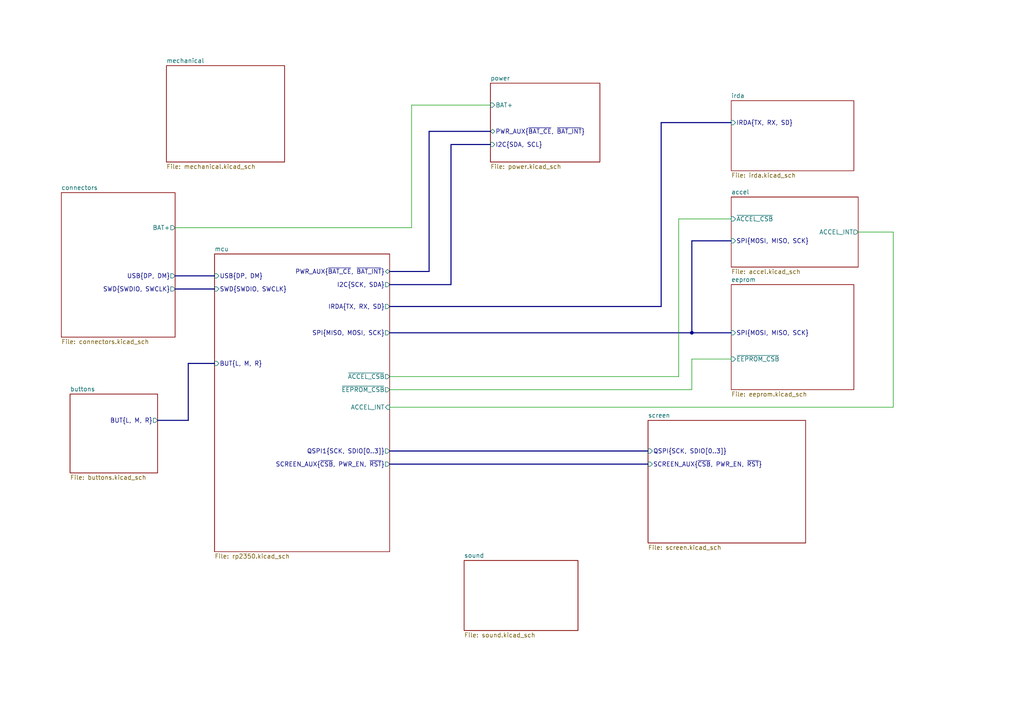
<source format=kicad_sch>
(kicad_sch
	(version 20231120)
	(generator "eeschema")
	(generator_version "8.0")
	(uuid "c2ab9214-01e3-4c6f-9d02-7ac363b9b4d0")
	(paper "A4")
	(lib_symbols)
	(junction
		(at 200.66 96.52)
		(diameter 0)
		(color 0 0 0 0)
		(uuid "5f927c07-4011-42d8-a0d4-a5893b544cb0")
	)
	(bus
		(pts
			(xy 45.72 121.92) (xy 54.61 121.92)
		)
		(stroke
			(width 0)
			(type default)
		)
		(uuid "01982d43-1029-43f4-9a66-94007728089d")
	)
	(bus
		(pts
			(xy 212.09 69.85) (xy 200.66 69.85)
		)
		(stroke
			(width 0)
			(type default)
		)
		(uuid "10749ef3-dd09-4551-81fb-eab7ec58ef6a")
	)
	(wire
		(pts
			(xy 113.03 118.11) (xy 259.08 118.11)
		)
		(stroke
			(width 0)
			(type default)
		)
		(uuid "12aa66a4-3bdd-4cf4-82cb-5854f6c8f9c5")
	)
	(bus
		(pts
			(xy 200.66 96.52) (xy 212.09 96.52)
		)
		(stroke
			(width 0)
			(type default)
		)
		(uuid "12acf2be-3d77-478d-a60e-785d36cea5bd")
	)
	(bus
		(pts
			(xy 113.03 78.74) (xy 124.46 78.74)
		)
		(stroke
			(width 0)
			(type default)
		)
		(uuid "1a0a7669-5c29-44e4-9e42-e44f4eb640ad")
	)
	(bus
		(pts
			(xy 113.03 134.62) (xy 187.96 134.62)
		)
		(stroke
			(width 0)
			(type default)
		)
		(uuid "2256b67d-def7-4a37-bc8e-524ab37af814")
	)
	(bus
		(pts
			(xy 54.61 121.92) (xy 54.61 105.41)
		)
		(stroke
			(width 0)
			(type default)
		)
		(uuid "265cbb73-3ff4-42a6-a13e-77f59adce1dc")
	)
	(bus
		(pts
			(xy 130.81 82.55) (xy 113.03 82.55)
		)
		(stroke
			(width 0)
			(type default)
		)
		(uuid "26742af4-05fd-4f01-bb8f-5f00104d3069")
	)
	(wire
		(pts
			(xy 113.03 109.22) (xy 196.85 109.22)
		)
		(stroke
			(width 0)
			(type default)
		)
		(uuid "443ec7a1-a55a-4fc0-8ebf-f3f90675f774")
	)
	(bus
		(pts
			(xy 191.77 35.56) (xy 212.09 35.56)
		)
		(stroke
			(width 0)
			(type default)
		)
		(uuid "4678e271-63aa-488c-92e4-0daa8586f747")
	)
	(wire
		(pts
			(xy 200.66 104.14) (xy 212.09 104.14)
		)
		(stroke
			(width 0)
			(type default)
		)
		(uuid "55e9d8b2-e1f9-4f6c-9be8-cc7b9fe87d8b")
	)
	(bus
		(pts
			(xy 124.46 38.1) (xy 142.24 38.1)
		)
		(stroke
			(width 0)
			(type default)
		)
		(uuid "560c4143-5b7d-4716-90ed-4ec34124fac3")
	)
	(wire
		(pts
			(xy 200.66 113.03) (xy 200.66 104.14)
		)
		(stroke
			(width 0)
			(type default)
		)
		(uuid "5ab40ed7-c9d6-4222-993f-25b965e01079")
	)
	(bus
		(pts
			(xy 113.03 96.52) (xy 200.66 96.52)
		)
		(stroke
			(width 0)
			(type default)
		)
		(uuid "60e526fa-450b-4714-9e93-a71eca658dba")
	)
	(wire
		(pts
			(xy 196.85 63.5) (xy 212.09 63.5)
		)
		(stroke
			(width 0)
			(type default)
		)
		(uuid "6f194e55-011c-4193-b243-f6c8c2e0ea3c")
	)
	(wire
		(pts
			(xy 259.08 67.31) (xy 248.92 67.31)
		)
		(stroke
			(width 0)
			(type default)
		)
		(uuid "72ef74d7-7f3b-488d-aa98-5ffa05b874e7")
	)
	(bus
		(pts
			(xy 124.46 78.74) (xy 124.46 38.1)
		)
		(stroke
			(width 0)
			(type default)
		)
		(uuid "73ef2a2c-a295-418e-9954-f715e9317826")
	)
	(wire
		(pts
			(xy 259.08 118.11) (xy 259.08 67.31)
		)
		(stroke
			(width 0)
			(type default)
		)
		(uuid "76fee8b8-67f6-4082-8ea0-c501aa09d972")
	)
	(wire
		(pts
			(xy 50.8 66.04) (xy 119.38 66.04)
		)
		(stroke
			(width 0)
			(type default)
		)
		(uuid "78be1545-3e00-428f-aba3-3a412aa76965")
	)
	(bus
		(pts
			(xy 50.8 83.82) (xy 62.23 83.82)
		)
		(stroke
			(width 0)
			(type default)
		)
		(uuid "8d6365ae-f91c-4e5a-9bd6-1a242c578a97")
	)
	(wire
		(pts
			(xy 196.85 109.22) (xy 196.85 63.5)
		)
		(stroke
			(width 0)
			(type default)
		)
		(uuid "9a59d500-a848-4723-9ab3-047578ae9502")
	)
	(bus
		(pts
			(xy 191.77 35.56) (xy 191.77 88.9)
		)
		(stroke
			(width 0)
			(type default)
		)
		(uuid "9a64f8ed-5f51-4628-a482-2dd818e922ed")
	)
	(bus
		(pts
			(xy 113.03 130.81) (xy 187.96 130.81)
		)
		(stroke
			(width 0)
			(type default)
		)
		(uuid "9b96b373-bacf-4fbe-b010-79f8ea5b381b")
	)
	(bus
		(pts
			(xy 130.81 41.91) (xy 130.81 82.55)
		)
		(stroke
			(width 0)
			(type default)
		)
		(uuid "aa667564-ead6-4f60-b226-bdd6c59a1a36")
	)
	(bus
		(pts
			(xy 54.61 105.41) (xy 62.23 105.41)
		)
		(stroke
			(width 0)
			(type default)
		)
		(uuid "ab76e2f0-8d2d-4080-8005-bcd45f9b1a90")
	)
	(wire
		(pts
			(xy 113.03 113.03) (xy 200.66 113.03)
		)
		(stroke
			(width 0)
			(type default)
		)
		(uuid "abe3051f-65a3-403d-9286-ee2446ddc459")
	)
	(wire
		(pts
			(xy 119.38 30.48) (xy 142.24 30.48)
		)
		(stroke
			(width 0)
			(type default)
		)
		(uuid "d4a8dc1b-2bb8-48aa-b5f5-18fbc3fdd0f4")
	)
	(wire
		(pts
			(xy 119.38 66.04) (xy 119.38 30.48)
		)
		(stroke
			(width 0)
			(type default)
		)
		(uuid "dc213de9-8753-445f-9e06-eb15c07c2489")
	)
	(bus
		(pts
			(xy 200.66 69.85) (xy 200.66 96.52)
		)
		(stroke
			(width 0)
			(type default)
		)
		(uuid "dc966531-ce7f-4f00-b4fb-e8b385be5062")
	)
	(bus
		(pts
			(xy 50.8 80.01) (xy 62.23 80.01)
		)
		(stroke
			(width 0)
			(type default)
		)
		(uuid "ed5ac1d3-ad6d-4229-bc5b-f37dcfa7db4b")
	)
	(bus
		(pts
			(xy 113.03 88.9) (xy 191.77 88.9)
		)
		(stroke
			(width 0)
			(type default)
		)
		(uuid "eeaf7e4e-86a2-49d5-84b9-15cd3d48593a")
	)
	(bus
		(pts
			(xy 142.24 41.91) (xy 130.81 41.91)
		)
		(stroke
			(width 0)
			(type default)
		)
		(uuid "f7371291-e0e8-401d-aa73-2e9d352596bb")
	)
	(sheet
		(at 48.26 19.05)
		(size 34.29 27.94)
		(fields_autoplaced yes)
		(stroke
			(width 0.1524)
			(type solid)
		)
		(fill
			(color 0 0 0 0.0000)
		)
		(uuid "13dda557-818b-4cc6-b273-6112be7e2dda")
		(property "Sheetname" "mechanical"
			(at 48.26 18.3384 0)
			(effects
				(font
					(size 1.27 1.27)
				)
				(justify left bottom)
			)
		)
		(property "Sheetfile" "mechanical.kicad_sch"
			(at 48.26 47.5746 0)
			(effects
				(font
					(size 1.27 1.27)
				)
				(justify left top)
			)
		)
		(instances
			(project "rp2350-sparse"
				(path "/c2ab9214-01e3-4c6f-9d02-7ac363b9b4d0"
					(page "9")
				)
			)
		)
	)
	(sheet
		(at 212.09 82.55)
		(size 35.56 30.48)
		(fields_autoplaced yes)
		(stroke
			(width 0.1524)
			(type solid)
		)
		(fill
			(color 0 0 0 0.0000)
		)
		(uuid "2df99e80-7914-41bd-b151-97b911cf12d5")
		(property "Sheetname" "eeprom"
			(at 212.09 81.8384 0)
			(effects
				(font
					(size 1.27 1.27)
				)
				(justify left bottom)
			)
		)
		(property "Sheetfile" "eeprom.kicad_sch"
			(at 212.09 113.6146 0)
			(effects
				(font
					(size 1.27 1.27)
				)
				(justify left top)
			)
		)
		(pin "~{EEPROM_CSB}" input
			(at 212.09 104.14 180)
			(effects
				(font
					(size 1.27 1.27)
				)
				(justify left)
			)
			(uuid "d3216625-d23b-4147-9518-2374e4d2ad0c")
		)
		(pin "SPI{MOSI, MISO, SCK}" input
			(at 212.09 96.52 180)
			(effects
				(font
					(size 1.27 1.27)
				)
				(justify left)
			)
			(uuid "f6bda9cf-9d5f-4e4d-a3d5-b04bb1d3848f")
		)
		(instances
			(project "rp2350-sparse"
				(path "/c2ab9214-01e3-4c6f-9d02-7ac363b9b4d0"
					(page "5")
				)
			)
		)
	)
	(sheet
		(at 17.78 55.88)
		(size 33.02 41.91)
		(fields_autoplaced yes)
		(stroke
			(width 0.1524)
			(type solid)
		)
		(fill
			(color 0 0 0 0.0000)
		)
		(uuid "2f8ea438-491b-4574-9a7e-6383b2990659")
		(property "Sheetname" "connectors"
			(at 17.78 55.1684 0)
			(effects
				(font
					(size 1.27 1.27)
				)
				(justify left bottom)
			)
		)
		(property "Sheetfile" "connectors.kicad_sch"
			(at 17.78 98.3746 0)
			(effects
				(font
					(size 1.27 1.27)
				)
				(justify left top)
			)
		)
		(pin "BAT+" output
			(at 50.8 66.04 0)
			(effects
				(font
					(size 1.27 1.27)
				)
				(justify right)
			)
			(uuid "2754e9c9-2c0c-4beb-a36d-b447cd899e2e")
		)
		(pin "USB{DP, DM}" output
			(at 50.8 80.01 0)
			(effects
				(font
					(size 1.27 1.27)
				)
				(justify right)
			)
			(uuid "6266d337-cd76-428f-9217-b6ec142a9caf")
		)
		(pin "SWD{SWDIO, SWCLK}" output
			(at 50.8 83.82 0)
			(effects
				(font
					(size 1.27 1.27)
				)
				(justify right)
			)
			(uuid "39f87cc1-9c05-4d9e-8c1f-57cefd657ae1")
		)
		(instances
			(project "rp2350-sparse"
				(path "/c2ab9214-01e3-4c6f-9d02-7ac363b9b4d0"
					(page "10")
				)
			)
		)
	)
	(sheet
		(at 142.24 24.13)
		(size 31.75 22.86)
		(fields_autoplaced yes)
		(stroke
			(width 0.1524)
			(type solid)
		)
		(fill
			(color 0 0 0 0.0000)
		)
		(uuid "77681151-0d23-4d70-b108-c7b697733006")
		(property "Sheetname" "power"
			(at 142.24 23.4184 0)
			(effects
				(font
					(size 1.27 1.27)
				)
				(justify left bottom)
			)
		)
		(property "Sheetfile" "power.kicad_sch"
			(at 142.24 47.5746 0)
			(effects
				(font
					(size 1.27 1.27)
				)
				(justify left top)
			)
		)
		(pin "I2C{SDA, SCL}" input
			(at 142.24 41.91 180)
			(effects
				(font
					(size 1.27 1.27)
				)
				(justify left)
			)
			(uuid "a6648177-af53-4d5e-8bdf-f8b3d390705d")
		)
		(pin "PWR_AUX{~{BAT_CE}, ~{BAT_INT}}" bidirectional
			(at 142.24 38.1 180)
			(effects
				(font
					(size 1.27 1.27)
				)
				(justify left)
			)
			(uuid "e28723a3-a1b3-494e-8b34-ed5d2c3400b6")
		)
		(pin "BAT+" input
			(at 142.24 30.48 180)
			(effects
				(font
					(size 1.27 1.27)
				)
				(justify left)
			)
			(uuid "896f1e8d-7aee-4192-93b8-dc98cfb20b6d")
		)
		(instances
			(project "rp2350-sparse"
				(path "/c2ab9214-01e3-4c6f-9d02-7ac363b9b4d0"
					(page "6")
				)
			)
		)
	)
	(sheet
		(at 62.23 73.66)
		(size 50.8 86.36)
		(fields_autoplaced yes)
		(stroke
			(width 0.1524)
			(type solid)
		)
		(fill
			(color 0 0 0 0.0000)
		)
		(uuid "82e56d29-e57c-406f-8635-71e51d5c313f")
		(property "Sheetname" "mcu"
			(at 62.23 72.9484 0)
			(effects
				(font
					(size 1.27 1.27)
				)
				(justify left bottom)
			)
		)
		(property "Sheetfile" "rp2350.kicad_sch"
			(at 62.23 160.6046 0)
			(effects
				(font
					(size 1.27 1.27)
				)
				(justify left top)
			)
		)
		(pin "USB{DP, DM}" input
			(at 62.23 80.01 180)
			(effects
				(font
					(size 1.27 1.27)
				)
				(justify left)
			)
			(uuid "1909e71c-f8d3-4778-887f-492b62c285b4")
		)
		(pin "IRDA{TX, RX, SD}" output
			(at 113.03 88.9 0)
			(effects
				(font
					(size 1.27 1.27)
				)
				(justify right)
			)
			(uuid "b2e8de0d-ee22-464c-b4bf-c59fafe3d732")
		)
		(pin "SPI{MISO, MOSI, SCK}" output
			(at 113.03 96.52 0)
			(effects
				(font
					(size 1.27 1.27)
				)
				(justify right)
			)
			(uuid "8d17efe1-ffc4-49e0-8220-89ad83d1e215")
		)
		(pin "QSPI1{SCK, SDIO[0..3]}" output
			(at 113.03 130.81 0)
			(effects
				(font
					(size 1.27 1.27)
				)
				(justify right)
			)
			(uuid "06645e6b-a165-4325-836d-e1e4941d6c2f")
		)
		(pin "SWD{SWDIO, SWCLK}" input
			(at 62.23 83.82 180)
			(effects
				(font
					(size 1.27 1.27)
				)
				(justify left)
			)
			(uuid "42dd445f-2189-40b8-abac-731a3355fdbc")
		)
		(pin "I2C{SCK, SDA}" output
			(at 113.03 82.55 0)
			(effects
				(font
					(size 1.27 1.27)
				)
				(justify right)
			)
			(uuid "d228c02c-f813-4373-8538-0eb644d12742")
		)
		(pin "PWR_AUX{~{BAT_CE}, ~{BAT_INT}}" bidirectional
			(at 113.03 78.74 0)
			(effects
				(font
					(size 1.27 1.27)
				)
				(justify right)
			)
			(uuid "bb682c9d-04ee-4c0f-9115-4d180eb2831a")
		)
		(pin "BUT{L, M, R}" input
			(at 62.23 105.41 180)
			(effects
				(font
					(size 1.27 1.27)
				)
				(justify left)
			)
			(uuid "0654b913-5fc5-4838-bf3f-1c12e7dd2e91")
		)
		(pin "~{ACCEL_CSB}" output
			(at 113.03 109.22 0)
			(effects
				(font
					(size 1.27 1.27)
				)
				(justify right)
			)
			(uuid "9b0bb768-25b4-4c85-8a41-287d2e574033")
		)
		(pin "~{EEPROM_CSB}" output
			(at 113.03 113.03 0)
			(effects
				(font
					(size 1.27 1.27)
				)
				(justify right)
			)
			(uuid "62d97085-f067-44ef-a459-ecc51b9cfb09")
		)
		(pin "ACCEL_INT" input
			(at 113.03 118.11 0)
			(effects
				(font
					(size 1.27 1.27)
				)
				(justify right)
			)
			(uuid "5613c2a0-1dc3-4cae-92bd-20154a4363ce")
		)
		(pin "SCREEN_AUX{~{CSB}, PWR_EN, ~{RST}}" output
			(at 113.03 134.62 0)
			(effects
				(font
					(size 1.27 1.27)
				)
				(justify right)
			)
			(uuid "f1f1f9ff-6957-4b72-9539-f9f666695e18")
		)
		(instances
			(project "rp2350-sparse"
				(path "/c2ab9214-01e3-4c6f-9d02-7ac363b9b4d0"
					(page "2")
				)
			)
		)
	)
	(sheet
		(at 187.96 121.92)
		(size 45.72 35.56)
		(fields_autoplaced yes)
		(stroke
			(width 0.1524)
			(type solid)
		)
		(fill
			(color 0 0 0 0.0000)
		)
		(uuid "853927b3-6b35-463a-bc34-3076cdad84cd")
		(property "Sheetname" "screen"
			(at 187.96 121.2084 0)
			(effects
				(font
					(size 1.27 1.27)
				)
				(justify left bottom)
			)
		)
		(property "Sheetfile" "screen.kicad_sch"
			(at 187.96 158.0646 0)
			(effects
				(font
					(size 1.27 1.27)
				)
				(justify left top)
			)
		)
		(pin "QSPI{SCK, SDIO[0..3]}" input
			(at 187.96 130.81 180)
			(effects
				(font
					(size 1.27 1.27)
				)
				(justify left)
			)
			(uuid "a525fa01-3167-4ea0-9bfb-583885212124")
		)
		(pin "SCREEN_AUX{~{CSB}, PWR_EN, ~{RST}}" input
			(at 187.96 134.62 180)
			(effects
				(font
					(size 1.27 1.27)
				)
				(justify left)
			)
			(uuid "2c302dd3-f829-4ae8-bab8-1e37f8db19d0")
		)
		(instances
			(project "rp2350-sparse"
				(path "/c2ab9214-01e3-4c6f-9d02-7ac363b9b4d0"
					(page "4")
				)
			)
		)
	)
	(sheet
		(at 212.09 29.21)
		(size 35.56 20.32)
		(fields_autoplaced yes)
		(stroke
			(width 0.1524)
			(type solid)
		)
		(fill
			(color 0 0 0 0.0000)
		)
		(uuid "92744be8-5aac-4443-9b62-61a14e4a76fd")
		(property "Sheetname" "irda"
			(at 212.09 28.4984 0)
			(effects
				(font
					(size 1.27 1.27)
				)
				(justify left bottom)
			)
		)
		(property "Sheetfile" "irda.kicad_sch"
			(at 212.09 50.1146 0)
			(effects
				(font
					(size 1.27 1.27)
				)
				(justify left top)
			)
		)
		(pin "IRDA{TX, RX, SD}" input
			(at 212.09 35.56 180)
			(effects
				(font
					(size 1.27 1.27)
				)
				(justify left)
			)
			(uuid "52c70746-d31b-4666-8da6-d9854050c71e")
		)
		(instances
			(project "rp2350-sparse"
				(path "/c2ab9214-01e3-4c6f-9d02-7ac363b9b4d0"
					(page "7")
				)
			)
		)
	)
	(sheet
		(at 20.32 114.3)
		(size 25.4 22.86)
		(fields_autoplaced yes)
		(stroke
			(width 0.1524)
			(type solid)
		)
		(fill
			(color 0 0 0 0.0000)
		)
		(uuid "aa34bf40-8907-4452-8b94-6fe31a7867f6")
		(property "Sheetname" "buttons"
			(at 20.32 113.5884 0)
			(effects
				(font
					(size 1.27 1.27)
				)
				(justify left bottom)
			)
		)
		(property "Sheetfile" "buttons.kicad_sch"
			(at 20.32 137.7446 0)
			(effects
				(font
					(size 1.27 1.27)
				)
				(justify left top)
			)
		)
		(pin "BUT{L, M, R}" output
			(at 45.72 121.92 0)
			(effects
				(font
					(size 1.27 1.27)
				)
				(justify right)
			)
			(uuid "2b98a8e8-ec3d-47bb-b9a5-c83cbe0a7b74")
		)
		(instances
			(project "rp2350-sparse"
				(path "/c2ab9214-01e3-4c6f-9d02-7ac363b9b4d0"
					(page "11")
				)
			)
		)
	)
	(sheet
		(at 134.62 162.56)
		(size 33.02 20.32)
		(fields_autoplaced yes)
		(stroke
			(width 0.1524)
			(type solid)
		)
		(fill
			(color 0 0 0 0.0000)
		)
		(uuid "c9f6b001-cce6-4922-820f-9dd6cfdcbc94")
		(property "Sheetname" "sound"
			(at 134.62 161.8484 0)
			(effects
				(font
					(size 1.27 1.27)
				)
				(justify left bottom)
			)
		)
		(property "Sheetfile" "sound.kicad_sch"
			(at 134.62 183.4646 0)
			(effects
				(font
					(size 1.27 1.27)
				)
				(justify left top)
			)
		)
		(instances
			(project "rp2350-sparse"
				(path "/c2ab9214-01e3-4c6f-9d02-7ac363b9b4d0"
					(page "8")
				)
			)
		)
	)
	(sheet
		(at 212.09 57.15)
		(size 36.83 20.32)
		(fields_autoplaced yes)
		(stroke
			(width 0.1524)
			(type solid)
		)
		(fill
			(color 0 0 0 0.0000)
		)
		(uuid "e6e69918-ed26-44f5-bbcf-75193d3c15bf")
		(property "Sheetname" "accel"
			(at 212.09 56.4384 0)
			(effects
				(font
					(size 1.27 1.27)
				)
				(justify left bottom)
			)
		)
		(property "Sheetfile" "accel.kicad_sch"
			(at 212.09 78.0546 0)
			(effects
				(font
					(size 1.27 1.27)
				)
				(justify left top)
			)
		)
		(pin "SPI{MOSI, MISO, SCK}" input
			(at 212.09 69.85 180)
			(effects
				(font
					(size 1.27 1.27)
				)
				(justify left)
			)
			(uuid "501d8b40-cb80-4189-9f8c-1e56ec2e1f5d")
		)
		(pin "ACCEL_INT" output
			(at 248.92 67.31 0)
			(effects
				(font
					(size 1.27 1.27)
				)
				(justify right)
			)
			(uuid "76cd9a51-47ff-48cb-8c06-0f94f6852daa")
		)
		(pin "~{ACCEL_CSB}" input
			(at 212.09 63.5 180)
			(effects
				(font
					(size 1.27 1.27)
				)
				(justify left)
			)
			(uuid "d647b4dc-fba5-4288-ba89-eafd827dc5d2")
		)
		(instances
			(project "rp2350-sparse"
				(path "/c2ab9214-01e3-4c6f-9d02-7ac363b9b4d0"
					(page "3")
				)
			)
		)
	)
	(sheet_instances
		(path "/"
			(page "1")
		)
	)
)

</source>
